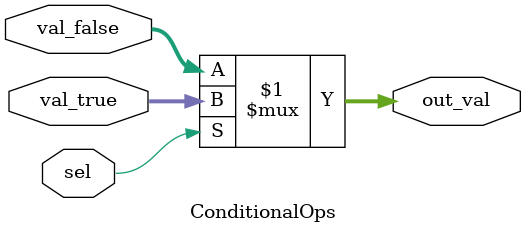
<source format=sv>
module ConditionalOps (
    input logic sel,
    input int val_false,
    input int val_true,
    output int out_val
);
    assign out_val = sel ? val_true : val_false;
endmodule


</source>
